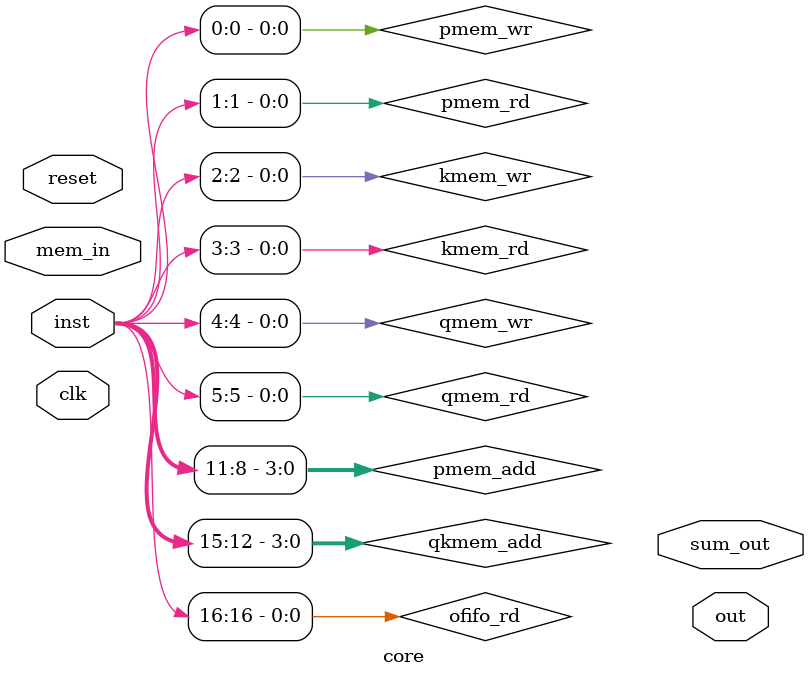
<source format=v>
`define BITWIDTH4_8  
module core (clk, sum_out, mem_in, out, inst, reset);

parameter col = 8;
parameter bw = 8;
parameter bw_psum = 2*bw+4;
parameter pr = 16;

output [bw_psum+3:0] sum_out;
output [bw_psum*col-1:0] out;
input  [pr*bw-1:0] mem_in;
input  clk;
input  [16:0] inst; 
input  reset;

wire  [pr*bw-1:0] mac_in;
wire  [pr*bw-1:0] kmem_out;
wire  [pr*bw-1:0] qmem_out;

`ifdef BITWIDTH_4_4_OR_8_8
wire  [bw_psum*col-1:0] pmem_in;
wire   [bw_psum*col-1:0] pmem_out;
`elsif BITWIDTH4_8
wire  [16*col/2-1:0] pmem_in;
wire   [16*col/2-1:0] pmem_out;
`endif

wire  [bw_psum*col-1:0] fifo_out;
wire  [bw_psum*col-1:0] sfp_out;
wire  [bw_psum*col-1:0] array_out;
wire  [col-1:0] fifo_wr;
wire  ofifo_rd;
wire [3:0] qkmem_add;
wire [3:0] pmem_add;

wire  qmem_rd;
wire  qmem_wr; 
wire  kmem_rd;
wire  kmem_wr; 
wire  pmem_rd;
wire  pmem_wr; 

assign ofifo_rd = inst[16];
assign qkmem_add = inst[15:12];
assign pmem_add = inst[11:8];

assign qmem_rd = inst[5];
assign qmem_wr = inst[4];
assign kmem_rd = inst[3];
assign kmem_wr = inst[2];
assign pmem_rd = inst[1];
assign pmem_wr = inst[0];

assign mac_in  = inst[6] ? kmem_out : qmem_out;

`ifdef BITWIDTH_4_4_OR_8_8 
assign pmem_in = fifo_out;
`elsif BITWIDTH4_8
assign pmem_in[1*16-1:16*0] = (fifo_out[2*bw_psum-1:bw_psum*1] << 4) + {{(4){fifo_out[1*bw_psum-1]}},fifo_out[1*bw_psum-1:bw_psum*0]};
assign pmem_in[2*16-1:16*1] = (fifo_out[4*bw_psum-1:bw_psum*3] << 4) + {{(4){fifo_out[3*bw_psum-1]}},fifo_out[3*bw_psum-1:bw_psum*2]};
assign pmem_in[3*16-1:16*2] = (fifo_out[6*bw_psum-1:bw_psum*5] << 4) + {{(4){fifo_out[5*bw_psum-1]}},fifo_out[5*bw_psum-1:bw_psum*4]};
assign pmem_in[4*16-1:16*3] = (fifo_out[8*bw_psum-1:bw_psum*7] << 4) + {{(4){fifo_out[7*bw_psum-1]}},fifo_out[7*bw_psum-1:bw_psum*6]};
`endif

mac_array #(.bw(bw), .bw_psum(bw_psum), .col(col), .pr(pr)) mac_array_instance (
        .in(mac_in), 
        .clk(clk), 
        .reset(reset), 
        .inst(inst[7:6]),     
        .fifo_wr(fifo_wr),     
	.out(array_out)
);

ofifo #(.bw(bw_psum), .col(col))  ofifo_inst (
        .reset(reset),
        .clk(clk),
        .in(array_out),
        .wr(fifo_wr),
        .rd(ofifo_rd),
        .o_valid(fifo_valid),
        .out(fifo_out)
);


sram_w16 #(.sram_bit(pr*bw)) qmem_instance (
        .CLK(clk),
        .D(mem_in),
        .Q(qmem_out),
        .CEN(!(qmem_rd||qmem_wr)),
        .WEN(!qmem_wr), 
        .A(qkmem_add)
);

sram_w16 #(.sram_bit(pr*bw)) kmem_instance (
        .CLK(clk),
        .D(mem_in),
        .Q(kmem_out),
        .CEN(!(kmem_rd||kmem_wr)),
        .WEN(!kmem_wr), 
        .A(qkmem_add)
);

`ifdef BITWIDTH_4_4_OR_8_8
sram_w16 #(.sram_bit(col*bw_psum)) psum_mem_instance (
`elsif BITWIDTH4_8
sram_w16 #(.sram_bit(16*col/2)) psum_mem_instance (
`endif
        .CLK(clk),
        .D(pmem_in),
        .Q(pmem_out),
        .CEN(!(pmem_rd||pmem_wr)),
        .WEN(!pmem_wr), 
        .A(pmem_add)
);



  //////////// For printing purpose ////////////
  always @(posedge clk) begin
      if(pmem_wr)
         $display("Memory write to PSUM mem add %x %x ", pmem_add, pmem_in); 
  end



endmodule

</source>
